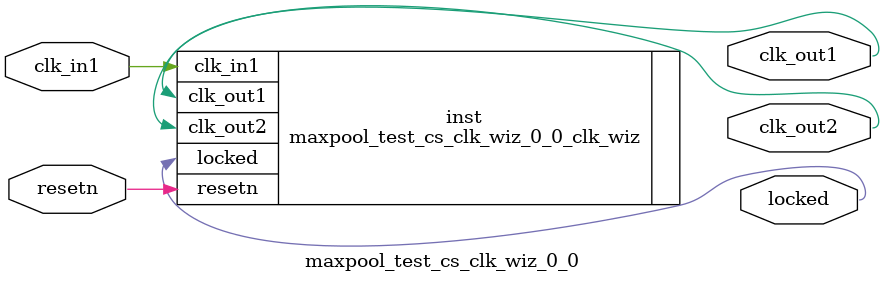
<source format=v>


`timescale 1ps/1ps

(* CORE_GENERATION_INFO = "maxpool_test_cs_clk_wiz_0_0,clk_wiz_v5_3_3_0,{component_name=maxpool_test_cs_clk_wiz_0_0,use_phase_alignment=true,use_min_o_jitter=false,use_max_i_jitter=false,use_dyn_phase_shift=false,use_inclk_switchover=false,use_dyn_reconfig=false,enable_axi=0,feedback_source=FDBK_AUTO,PRIMITIVE=MMCM,num_out_clk=2,clkin1_period=10.0,clkin2_period=10.0,use_power_down=false,use_reset=true,use_locked=true,use_inclk_stopped=false,feedback_type=SINGLE,CLOCK_MGR_TYPE=NA,manual_override=false}" *)

module maxpool_test_cs_clk_wiz_0_0 
 (
  // Clock out ports
  output        clk_out1,
  output        clk_out2,
  // Status and control signals
  input         resetn,
  output        locked,
 // Clock in ports
  input         clk_in1
 );

  maxpool_test_cs_clk_wiz_0_0_clk_wiz inst
  (
  // Clock out ports  
  .clk_out1(clk_out1),
  .clk_out2(clk_out2),
  // Status and control signals               
  .resetn(resetn), 
  .locked(locked),
 // Clock in ports
  .clk_in1(clk_in1)
  );

endmodule

</source>
